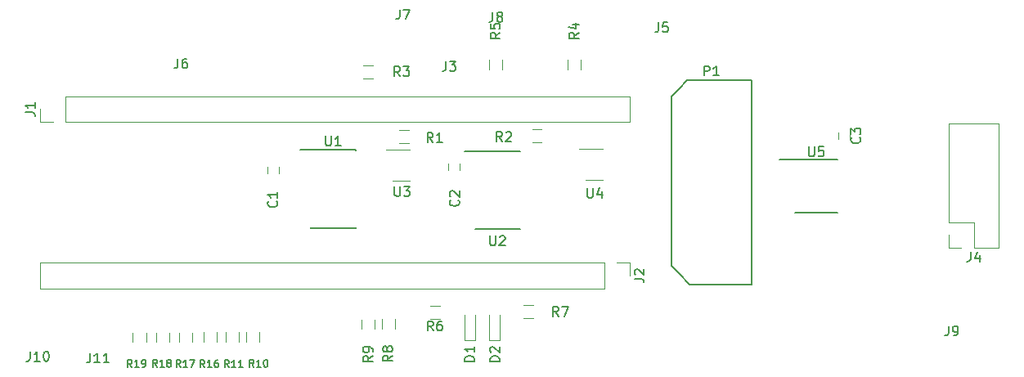
<source format=gto>
G04 #@! TF.FileFunction,Legend,Top*
%FSLAX46Y46*%
G04 Gerber Fmt 4.6, Leading zero omitted, Abs format (unit mm)*
G04 Created by KiCad (PCBNEW 4.0.7) date 06/06/18 19:33:03*
%MOMM*%
%LPD*%
G01*
G04 APERTURE LIST*
%ADD10C,0.100000*%
%ADD11C,0.150000*%
%ADD12C,0.120000*%
G04 APERTURE END LIST*
D10*
D11*
X90310980Y-83910420D02*
X90310980Y-82742020D01*
X83910180Y-83910420D02*
X90310980Y-83910420D01*
X82767180Y-82767420D02*
X83910180Y-83910420D01*
X90310980Y-63717420D02*
X90310980Y-63717420D01*
X90310980Y-62777620D02*
X90310980Y-63717420D01*
X83656180Y-62777620D02*
X90310980Y-62777620D01*
X82741780Y-63692020D02*
X83656180Y-62777620D01*
X82005180Y-65343020D02*
X82005180Y-64428620D01*
X82741780Y-63692020D02*
X82005180Y-64428620D01*
X82005180Y-65343020D02*
X82005180Y-65343020D01*
X82005180Y-82005420D02*
X82005180Y-65343020D01*
X82767180Y-82767420D02*
X82005180Y-82005420D01*
X90310980Y-63692020D02*
X90310980Y-82767420D01*
X94794980Y-76468820D02*
X99194980Y-76468820D01*
X93219980Y-70943820D02*
X99194980Y-70943820D01*
D12*
X40179700Y-72402180D02*
X40179700Y-71702180D01*
X41379700Y-71702180D02*
X41379700Y-72402180D01*
X58904580Y-72102460D02*
X58904580Y-71402460D01*
X60104580Y-71402460D02*
X60104580Y-72102460D01*
X100482960Y-68179200D02*
X100482960Y-68879200D01*
X99282960Y-68879200D02*
X99282960Y-68179200D01*
X54830600Y-69320960D02*
X53830600Y-69320960D01*
X53830600Y-67960960D02*
X54830600Y-67960960D01*
X67589960Y-67869520D02*
X68589960Y-67869520D01*
X68589960Y-69229520D02*
X67589960Y-69229520D01*
D11*
X66322840Y-70143000D02*
X66322840Y-70168000D01*
X66322840Y-78193000D02*
X66322840Y-78168000D01*
X61672840Y-78193000D02*
X61672840Y-78168000D01*
X60597840Y-70093000D02*
X66322840Y-70093000D01*
X61672840Y-78193000D02*
X66322840Y-78193000D01*
D12*
X53125800Y-73215140D02*
X54925800Y-73215140D01*
X54925800Y-69995140D02*
X52475800Y-69995140D01*
X73130840Y-73080520D02*
X74930840Y-73080520D01*
X74930840Y-69860520D02*
X72480840Y-69860520D01*
X50112040Y-61207100D02*
X51112040Y-61207100D01*
X51112040Y-62567100D02*
X50112040Y-62567100D01*
X71295980Y-61650500D02*
X71295980Y-60650500D01*
X72655980Y-60650500D02*
X72655980Y-61650500D01*
X64484800Y-60650500D02*
X64484800Y-61650500D01*
X63124800Y-61650500D02*
X63124800Y-60650500D01*
X60595420Y-89694160D02*
X61695420Y-89694160D01*
X61695420Y-89694160D02*
X61695420Y-87094160D01*
X60595420Y-89694160D02*
X60595420Y-87094160D01*
X63140500Y-89658600D02*
X64240500Y-89658600D01*
X64240500Y-89658600D02*
X64240500Y-87058600D01*
X63140500Y-89658600D02*
X63140500Y-87058600D01*
X57013220Y-86124500D02*
X58013220Y-86124500D01*
X58013220Y-87484500D02*
X57013220Y-87484500D01*
X67718560Y-87426080D02*
X66718560Y-87426080D01*
X66718560Y-86066080D02*
X67718560Y-86066080D01*
X52032620Y-88521160D02*
X52032620Y-87521160D01*
X53392620Y-87521160D02*
X53392620Y-88521160D01*
X49899020Y-88538940D02*
X49899020Y-87538940D01*
X51259020Y-87538940D02*
X51259020Y-88538940D01*
X37996580Y-89826720D02*
X37996580Y-88826720D01*
X39356580Y-88826720D02*
X39356580Y-89826720D01*
X35875680Y-89844500D02*
X35875680Y-88844500D01*
X37235680Y-88844500D02*
X37235680Y-89844500D01*
X33559200Y-89867360D02*
X33559200Y-88867360D01*
X34919200Y-88867360D02*
X34919200Y-89867360D01*
X31034440Y-89895300D02*
X31034440Y-88895300D01*
X32394440Y-88895300D02*
X32394440Y-89895300D01*
X28705260Y-89887680D02*
X28705260Y-88887680D01*
X30065260Y-88887680D02*
X30065260Y-89887680D01*
X26256700Y-89892760D02*
X26256700Y-88892760D01*
X27616700Y-88892760D02*
X27616700Y-89892760D01*
X110722100Y-77500480D02*
X110722100Y-67280480D01*
X110722100Y-67280480D02*
X115922100Y-67280480D01*
X115922100Y-67280480D02*
X115922100Y-80100480D01*
X115922100Y-80100480D02*
X113322100Y-80100480D01*
X113322100Y-80100480D02*
X113322100Y-77500480D01*
X113322100Y-77500480D02*
X110722100Y-77500480D01*
X110722100Y-78770480D02*
X110722100Y-80100480D01*
X110722100Y-80100480D02*
X111992100Y-80100480D01*
X77730660Y-67080000D02*
X77730660Y-64420000D01*
X19250660Y-67080000D02*
X77730660Y-67080000D01*
X19250660Y-64420000D02*
X77730660Y-64420000D01*
X19250660Y-67080000D02*
X19250660Y-64420000D01*
X17980660Y-67080000D02*
X16650660Y-67080000D01*
X16650660Y-67080000D02*
X16650660Y-65750000D01*
X16630340Y-81670000D02*
X16630340Y-84330000D01*
X75110340Y-81670000D02*
X16630340Y-81670000D01*
X75110340Y-84330000D02*
X16630340Y-84330000D01*
X75110340Y-81670000D02*
X75110340Y-84330000D01*
X76380340Y-81670000D02*
X77710340Y-81670000D01*
X77710340Y-81670000D02*
X77710340Y-83000000D01*
D11*
X49299880Y-70014920D02*
X49299880Y-70039920D01*
X49299880Y-78064920D02*
X49299880Y-78039920D01*
X44649880Y-78064920D02*
X44649880Y-78039920D01*
X43574880Y-69964920D02*
X49299880Y-69964920D01*
X44649880Y-78064920D02*
X49299880Y-78064920D01*
X85398385Y-62293761D02*
X85398385Y-61293761D01*
X85779338Y-61293761D01*
X85874576Y-61341380D01*
X85922195Y-61388999D01*
X85969814Y-61484237D01*
X85969814Y-61627094D01*
X85922195Y-61722332D01*
X85874576Y-61769951D01*
X85779338Y-61817570D01*
X85398385Y-61817570D01*
X86922195Y-62293761D02*
X86350766Y-62293761D01*
X86636480Y-62293761D02*
X86636480Y-61293761D01*
X86541242Y-61436618D01*
X86446004Y-61531856D01*
X86350766Y-61579475D01*
X96233075Y-69646201D02*
X96233075Y-70455725D01*
X96280694Y-70550963D01*
X96328313Y-70598582D01*
X96423551Y-70646201D01*
X96614028Y-70646201D01*
X96709266Y-70598582D01*
X96756885Y-70550963D01*
X96804504Y-70455725D01*
X96804504Y-69646201D01*
X97756885Y-69646201D02*
X97280694Y-69646201D01*
X97233075Y-70122391D01*
X97280694Y-70074772D01*
X97375932Y-70027153D01*
X97614028Y-70027153D01*
X97709266Y-70074772D01*
X97756885Y-70122391D01*
X97804504Y-70217630D01*
X97804504Y-70455725D01*
X97756885Y-70550963D01*
X97709266Y-70598582D01*
X97614028Y-70646201D01*
X97375932Y-70646201D01*
X97280694Y-70598582D01*
X97233075Y-70550963D01*
X41126683Y-75297326D02*
X41174302Y-75344945D01*
X41221921Y-75487802D01*
X41221921Y-75583040D01*
X41174302Y-75725898D01*
X41079064Y-75821136D01*
X40983826Y-75868755D01*
X40793350Y-75916374D01*
X40650492Y-75916374D01*
X40460016Y-75868755D01*
X40364778Y-75821136D01*
X40269540Y-75725898D01*
X40221921Y-75583040D01*
X40221921Y-75487802D01*
X40269540Y-75344945D01*
X40317159Y-75297326D01*
X41221921Y-74344945D02*
X41221921Y-74916374D01*
X41221921Y-74630660D02*
X40221921Y-74630660D01*
X40364778Y-74725898D01*
X40460016Y-74821136D01*
X40507635Y-74916374D01*
X59950623Y-75175406D02*
X59998242Y-75223025D01*
X60045861Y-75365882D01*
X60045861Y-75461120D01*
X59998242Y-75603978D01*
X59903004Y-75699216D01*
X59807766Y-75746835D01*
X59617290Y-75794454D01*
X59474432Y-75794454D01*
X59283956Y-75746835D01*
X59188718Y-75699216D01*
X59093480Y-75603978D01*
X59045861Y-75461120D01*
X59045861Y-75365882D01*
X59093480Y-75223025D01*
X59141099Y-75175406D01*
X59141099Y-74794454D02*
X59093480Y-74746835D01*
X59045861Y-74651597D01*
X59045861Y-74413501D01*
X59093480Y-74318263D01*
X59141099Y-74270644D01*
X59236337Y-74223025D01*
X59331575Y-74223025D01*
X59474432Y-74270644D01*
X60045861Y-74842073D01*
X60045861Y-74223025D01*
X101490103Y-68695866D02*
X101537722Y-68743485D01*
X101585341Y-68886342D01*
X101585341Y-68981580D01*
X101537722Y-69124438D01*
X101442484Y-69219676D01*
X101347246Y-69267295D01*
X101156770Y-69314914D01*
X101013912Y-69314914D01*
X100823436Y-69267295D01*
X100728198Y-69219676D01*
X100632960Y-69124438D01*
X100585341Y-68981580D01*
X100585341Y-68886342D01*
X100632960Y-68743485D01*
X100680579Y-68695866D01*
X100585341Y-68362533D02*
X100585341Y-67743485D01*
X100966293Y-68076819D01*
X100966293Y-67933961D01*
X101013912Y-67838723D01*
X101061531Y-67791104D01*
X101156770Y-67743485D01*
X101394865Y-67743485D01*
X101490103Y-67791104D01*
X101537722Y-67838723D01*
X101585341Y-67933961D01*
X101585341Y-68219676D01*
X101537722Y-68314914D01*
X101490103Y-68362533D01*
X57326234Y-69187321D02*
X56992900Y-68711130D01*
X56754805Y-69187321D02*
X56754805Y-68187321D01*
X57135758Y-68187321D01*
X57230996Y-68234940D01*
X57278615Y-68282559D01*
X57326234Y-68377797D01*
X57326234Y-68520654D01*
X57278615Y-68615892D01*
X57230996Y-68663511D01*
X57135758Y-68711130D01*
X56754805Y-68711130D01*
X58278615Y-69187321D02*
X57707186Y-69187321D01*
X57992900Y-69187321D02*
X57992900Y-68187321D01*
X57897662Y-68330178D01*
X57802424Y-68425416D01*
X57707186Y-68473035D01*
X64494114Y-69098421D02*
X64160780Y-68622230D01*
X63922685Y-69098421D02*
X63922685Y-68098421D01*
X64303638Y-68098421D01*
X64398876Y-68146040D01*
X64446495Y-68193659D01*
X64494114Y-68288897D01*
X64494114Y-68431754D01*
X64446495Y-68526992D01*
X64398876Y-68574611D01*
X64303638Y-68622230D01*
X63922685Y-68622230D01*
X64875066Y-68193659D02*
X64922685Y-68146040D01*
X65017923Y-68098421D01*
X65256019Y-68098421D01*
X65351257Y-68146040D01*
X65398876Y-68193659D01*
X65446495Y-68288897D01*
X65446495Y-68384135D01*
X65398876Y-68526992D01*
X64827447Y-69098421D01*
X65446495Y-69098421D01*
X63233395Y-78883261D02*
X63233395Y-79692785D01*
X63281014Y-79788023D01*
X63328633Y-79835642D01*
X63423871Y-79883261D01*
X63614348Y-79883261D01*
X63709586Y-79835642D01*
X63757205Y-79788023D01*
X63804824Y-79692785D01*
X63804824Y-78883261D01*
X64233395Y-78978499D02*
X64281014Y-78930880D01*
X64376252Y-78883261D01*
X64614348Y-78883261D01*
X64709586Y-78930880D01*
X64757205Y-78978499D01*
X64804824Y-79073737D01*
X64804824Y-79168975D01*
X64757205Y-79311832D01*
X64185776Y-79883261D01*
X64804824Y-79883261D01*
X53347715Y-73777861D02*
X53347715Y-74587385D01*
X53395334Y-74682623D01*
X53442953Y-74730242D01*
X53538191Y-74777861D01*
X53728668Y-74777861D01*
X53823906Y-74730242D01*
X53871525Y-74682623D01*
X53919144Y-74587385D01*
X53919144Y-73777861D01*
X54300096Y-73777861D02*
X54919144Y-73777861D01*
X54585810Y-74158813D01*
X54728668Y-74158813D01*
X54823906Y-74206432D01*
X54871525Y-74254051D01*
X54919144Y-74349290D01*
X54919144Y-74587385D01*
X54871525Y-74682623D01*
X54823906Y-74730242D01*
X54728668Y-74777861D01*
X54442953Y-74777861D01*
X54347715Y-74730242D01*
X54300096Y-74682623D01*
X73302135Y-73937841D02*
X73302135Y-74747365D01*
X73349754Y-74842603D01*
X73397373Y-74890222D01*
X73492611Y-74937841D01*
X73683088Y-74937841D01*
X73778326Y-74890222D01*
X73825945Y-74842603D01*
X73873564Y-74747365D01*
X73873564Y-73937841D01*
X74778326Y-74271174D02*
X74778326Y-74937841D01*
X74540230Y-73890222D02*
X74302135Y-74604508D01*
X74921183Y-74604508D01*
X53925174Y-62352181D02*
X53591840Y-61875990D01*
X53353745Y-62352181D02*
X53353745Y-61352181D01*
X53734698Y-61352181D01*
X53829936Y-61399800D01*
X53877555Y-61447419D01*
X53925174Y-61542657D01*
X53925174Y-61685514D01*
X53877555Y-61780752D01*
X53829936Y-61828371D01*
X53734698Y-61875990D01*
X53353745Y-61875990D01*
X54258507Y-61352181D02*
X54877555Y-61352181D01*
X54544221Y-61733133D01*
X54687079Y-61733133D01*
X54782317Y-61780752D01*
X54829936Y-61828371D01*
X54877555Y-61923610D01*
X54877555Y-62161705D01*
X54829936Y-62256943D01*
X54782317Y-62304562D01*
X54687079Y-62352181D01*
X54401364Y-62352181D01*
X54306126Y-62304562D01*
X54258507Y-62256943D01*
X72405501Y-57837366D02*
X71929310Y-58170700D01*
X72405501Y-58408795D02*
X71405501Y-58408795D01*
X71405501Y-58027842D01*
X71453120Y-57932604D01*
X71500739Y-57884985D01*
X71595977Y-57837366D01*
X71738834Y-57837366D01*
X71834072Y-57884985D01*
X71881691Y-57932604D01*
X71929310Y-58027842D01*
X71929310Y-58408795D01*
X71738834Y-56980223D02*
X72405501Y-56980223D01*
X71357882Y-57218319D02*
X72072168Y-57456414D01*
X72072168Y-56837366D01*
X64264801Y-57837366D02*
X63788610Y-58170700D01*
X64264801Y-58408795D02*
X63264801Y-58408795D01*
X63264801Y-58027842D01*
X63312420Y-57932604D01*
X63360039Y-57884985D01*
X63455277Y-57837366D01*
X63598134Y-57837366D01*
X63693372Y-57884985D01*
X63740991Y-57932604D01*
X63788610Y-58027842D01*
X63788610Y-58408795D01*
X63264801Y-56932604D02*
X63264801Y-57408795D01*
X63740991Y-57456414D01*
X63693372Y-57408795D01*
X63645753Y-57313557D01*
X63645753Y-57075461D01*
X63693372Y-56980223D01*
X63740991Y-56932604D01*
X63836230Y-56884985D01*
X64074325Y-56884985D01*
X64169563Y-56932604D01*
X64217182Y-56980223D01*
X64264801Y-57075461D01*
X64264801Y-57313557D01*
X64217182Y-57408795D01*
X64169563Y-57456414D01*
X61610501Y-91865675D02*
X60610501Y-91865675D01*
X60610501Y-91627580D01*
X60658120Y-91484722D01*
X60753358Y-91389484D01*
X60848596Y-91341865D01*
X61039072Y-91294246D01*
X61181930Y-91294246D01*
X61372406Y-91341865D01*
X61467644Y-91389484D01*
X61562882Y-91484722D01*
X61610501Y-91627580D01*
X61610501Y-91865675D01*
X61610501Y-90341865D02*
X61610501Y-90913294D01*
X61610501Y-90627580D02*
X60610501Y-90627580D01*
X60753358Y-90722818D01*
X60848596Y-90818056D01*
X60896215Y-90913294D01*
X64219081Y-91893615D02*
X63219081Y-91893615D01*
X63219081Y-91655520D01*
X63266700Y-91512662D01*
X63361938Y-91417424D01*
X63457176Y-91369805D01*
X63647652Y-91322186D01*
X63790510Y-91322186D01*
X63980986Y-91369805D01*
X64076224Y-91417424D01*
X64171462Y-91512662D01*
X64219081Y-91655520D01*
X64219081Y-91893615D01*
X63314319Y-90941234D02*
X63266700Y-90893615D01*
X63219081Y-90798377D01*
X63219081Y-90560281D01*
X63266700Y-90465043D01*
X63314319Y-90417424D01*
X63409557Y-90369805D01*
X63504795Y-90369805D01*
X63647652Y-90417424D01*
X64219081Y-90988853D01*
X64219081Y-90369805D01*
X57346554Y-88706881D02*
X57013220Y-88230690D01*
X56775125Y-88706881D02*
X56775125Y-87706881D01*
X57156078Y-87706881D01*
X57251316Y-87754500D01*
X57298935Y-87802119D01*
X57346554Y-87897357D01*
X57346554Y-88040214D01*
X57298935Y-88135452D01*
X57251316Y-88183071D01*
X57156078Y-88230690D01*
X56775125Y-88230690D01*
X58203697Y-87706881D02*
X58013220Y-87706881D01*
X57917982Y-87754500D01*
X57870363Y-87802119D01*
X57775125Y-87944976D01*
X57727506Y-88135452D01*
X57727506Y-88516405D01*
X57775125Y-88611643D01*
X57822744Y-88659262D01*
X57917982Y-88706881D01*
X58108459Y-88706881D01*
X58203697Y-88659262D01*
X58251316Y-88611643D01*
X58298935Y-88516405D01*
X58298935Y-88278310D01*
X58251316Y-88183071D01*
X58203697Y-88135452D01*
X58108459Y-88087833D01*
X57917982Y-88087833D01*
X57822744Y-88135452D01*
X57775125Y-88183071D01*
X57727506Y-88278310D01*
X70323414Y-87193381D02*
X69990080Y-86717190D01*
X69751985Y-87193381D02*
X69751985Y-86193381D01*
X70132938Y-86193381D01*
X70228176Y-86241000D01*
X70275795Y-86288619D01*
X70323414Y-86383857D01*
X70323414Y-86526714D01*
X70275795Y-86621952D01*
X70228176Y-86669571D01*
X70132938Y-86717190D01*
X69751985Y-86717190D01*
X70656747Y-86193381D02*
X71323414Y-86193381D01*
X70894842Y-87193381D01*
X53144681Y-91271386D02*
X52668490Y-91604720D01*
X53144681Y-91842815D02*
X52144681Y-91842815D01*
X52144681Y-91461862D01*
X52192300Y-91366624D01*
X52239919Y-91319005D01*
X52335157Y-91271386D01*
X52478014Y-91271386D01*
X52573252Y-91319005D01*
X52620871Y-91366624D01*
X52668490Y-91461862D01*
X52668490Y-91842815D01*
X52573252Y-90699958D02*
X52525633Y-90795196D01*
X52478014Y-90842815D01*
X52382776Y-90890434D01*
X52335157Y-90890434D01*
X52239919Y-90842815D01*
X52192300Y-90795196D01*
X52144681Y-90699958D01*
X52144681Y-90509481D01*
X52192300Y-90414243D01*
X52239919Y-90366624D01*
X52335157Y-90319005D01*
X52382776Y-90319005D01*
X52478014Y-90366624D01*
X52525633Y-90414243D01*
X52573252Y-90509481D01*
X52573252Y-90699958D01*
X52620871Y-90795196D01*
X52668490Y-90842815D01*
X52763729Y-90890434D01*
X52954205Y-90890434D01*
X53049443Y-90842815D01*
X53097062Y-90795196D01*
X53144681Y-90699958D01*
X53144681Y-90509481D01*
X53097062Y-90414243D01*
X53049443Y-90366624D01*
X52954205Y-90319005D01*
X52763729Y-90319005D01*
X52668490Y-90366624D01*
X52620871Y-90414243D01*
X52573252Y-90509481D01*
X51074581Y-91306946D02*
X50598390Y-91640280D01*
X51074581Y-91878375D02*
X50074581Y-91878375D01*
X50074581Y-91497422D01*
X50122200Y-91402184D01*
X50169819Y-91354565D01*
X50265057Y-91306946D01*
X50407914Y-91306946D01*
X50503152Y-91354565D01*
X50550771Y-91402184D01*
X50598390Y-91497422D01*
X50598390Y-91878375D01*
X51074581Y-90830756D02*
X51074581Y-90640280D01*
X51026962Y-90545041D01*
X50979343Y-90497422D01*
X50836486Y-90402184D01*
X50646010Y-90354565D01*
X50265057Y-90354565D01*
X50169819Y-90402184D01*
X50122200Y-90449803D01*
X50074581Y-90545041D01*
X50074581Y-90735518D01*
X50122200Y-90830756D01*
X50169819Y-90878375D01*
X50265057Y-90925994D01*
X50503152Y-90925994D01*
X50598390Y-90878375D01*
X50646010Y-90830756D01*
X50693629Y-90735518D01*
X50693629Y-90545041D01*
X50646010Y-90449803D01*
X50598390Y-90402184D01*
X50503152Y-90354565D01*
X38791337Y-92447306D02*
X38541337Y-92090163D01*
X38362765Y-92447306D02*
X38362765Y-91697306D01*
X38648480Y-91697306D01*
X38719908Y-91733020D01*
X38755623Y-91768734D01*
X38791337Y-91840163D01*
X38791337Y-91947306D01*
X38755623Y-92018734D01*
X38719908Y-92054449D01*
X38648480Y-92090163D01*
X38362765Y-92090163D01*
X39505623Y-92447306D02*
X39077051Y-92447306D01*
X39291337Y-92447306D02*
X39291337Y-91697306D01*
X39219908Y-91804449D01*
X39148480Y-91875877D01*
X39077051Y-91911591D01*
X39969909Y-91697306D02*
X40041337Y-91697306D01*
X40112766Y-91733020D01*
X40148480Y-91768734D01*
X40184194Y-91840163D01*
X40219909Y-91983020D01*
X40219909Y-92161591D01*
X40184194Y-92304449D01*
X40148480Y-92375877D01*
X40112766Y-92411591D01*
X40041337Y-92447306D01*
X39969909Y-92447306D01*
X39898480Y-92411591D01*
X39862766Y-92375877D01*
X39827051Y-92304449D01*
X39791337Y-92161591D01*
X39791337Y-91983020D01*
X39827051Y-91840163D01*
X39862766Y-91768734D01*
X39898480Y-91733020D01*
X39969909Y-91697306D01*
X36205617Y-92490486D02*
X35955617Y-92133343D01*
X35777045Y-92490486D02*
X35777045Y-91740486D01*
X36062760Y-91740486D01*
X36134188Y-91776200D01*
X36169903Y-91811914D01*
X36205617Y-91883343D01*
X36205617Y-91990486D01*
X36169903Y-92061914D01*
X36134188Y-92097629D01*
X36062760Y-92133343D01*
X35777045Y-92133343D01*
X36919903Y-92490486D02*
X36491331Y-92490486D01*
X36705617Y-92490486D02*
X36705617Y-91740486D01*
X36634188Y-91847629D01*
X36562760Y-91919057D01*
X36491331Y-91954771D01*
X37634189Y-92490486D02*
X37205617Y-92490486D01*
X37419903Y-92490486D02*
X37419903Y-91740486D01*
X37348474Y-91847629D01*
X37277046Y-91919057D01*
X37205617Y-91954771D01*
X33696097Y-92482686D02*
X33446097Y-92125543D01*
X33267525Y-92482686D02*
X33267525Y-91732686D01*
X33553240Y-91732686D01*
X33624668Y-91768400D01*
X33660383Y-91804114D01*
X33696097Y-91875543D01*
X33696097Y-91982686D01*
X33660383Y-92054114D01*
X33624668Y-92089829D01*
X33553240Y-92125543D01*
X33267525Y-92125543D01*
X34410383Y-92482686D02*
X33981811Y-92482686D01*
X34196097Y-92482686D02*
X34196097Y-91732686D01*
X34124668Y-91839829D01*
X34053240Y-91911257D01*
X33981811Y-91946971D01*
X35053240Y-91732686D02*
X34910383Y-91732686D01*
X34838954Y-91768400D01*
X34803240Y-91804114D01*
X34731811Y-91911257D01*
X34696097Y-92054114D01*
X34696097Y-92339829D01*
X34731811Y-92411257D01*
X34767526Y-92446971D01*
X34838954Y-92482686D01*
X34981811Y-92482686D01*
X35053240Y-92446971D01*
X35088954Y-92411257D01*
X35124669Y-92339829D01*
X35124669Y-92161257D01*
X35088954Y-92089829D01*
X35053240Y-92054114D01*
X34981811Y-92018400D01*
X34838954Y-92018400D01*
X34767526Y-92054114D01*
X34731811Y-92089829D01*
X34696097Y-92161257D01*
X31196737Y-92475246D02*
X30946737Y-92118103D01*
X30768165Y-92475246D02*
X30768165Y-91725246D01*
X31053880Y-91725246D01*
X31125308Y-91760960D01*
X31161023Y-91796674D01*
X31196737Y-91868103D01*
X31196737Y-91975246D01*
X31161023Y-92046674D01*
X31125308Y-92082389D01*
X31053880Y-92118103D01*
X30768165Y-92118103D01*
X31911023Y-92475246D02*
X31482451Y-92475246D01*
X31696737Y-92475246D02*
X31696737Y-91725246D01*
X31625308Y-91832389D01*
X31553880Y-91903817D01*
X31482451Y-91939531D01*
X32161023Y-91725246D02*
X32661023Y-91725246D01*
X32339594Y-92475246D01*
X28781197Y-92449846D02*
X28531197Y-92092703D01*
X28352625Y-92449846D02*
X28352625Y-91699846D01*
X28638340Y-91699846D01*
X28709768Y-91735560D01*
X28745483Y-91771274D01*
X28781197Y-91842703D01*
X28781197Y-91949846D01*
X28745483Y-92021274D01*
X28709768Y-92056989D01*
X28638340Y-92092703D01*
X28352625Y-92092703D01*
X29495483Y-92449846D02*
X29066911Y-92449846D01*
X29281197Y-92449846D02*
X29281197Y-91699846D01*
X29209768Y-91806989D01*
X29138340Y-91878417D01*
X29066911Y-91914131D01*
X29924054Y-92021274D02*
X29852626Y-91985560D01*
X29816911Y-91949846D01*
X29781197Y-91878417D01*
X29781197Y-91842703D01*
X29816911Y-91771274D01*
X29852626Y-91735560D01*
X29924054Y-91699846D01*
X30066911Y-91699846D01*
X30138340Y-91735560D01*
X30174054Y-91771274D01*
X30209769Y-91842703D01*
X30209769Y-91878417D01*
X30174054Y-91949846D01*
X30138340Y-91985560D01*
X30066911Y-92021274D01*
X29924054Y-92021274D01*
X29852626Y-92056989D01*
X29816911Y-92092703D01*
X29781197Y-92164131D01*
X29781197Y-92306989D01*
X29816911Y-92378417D01*
X29852626Y-92414131D01*
X29924054Y-92449846D01*
X30066911Y-92449846D01*
X30138340Y-92414131D01*
X30174054Y-92378417D01*
X30209769Y-92306989D01*
X30209769Y-92164131D01*
X30174054Y-92092703D01*
X30138340Y-92056989D01*
X30066911Y-92021274D01*
X26170077Y-92465086D02*
X25920077Y-92107943D01*
X25741505Y-92465086D02*
X25741505Y-91715086D01*
X26027220Y-91715086D01*
X26098648Y-91750800D01*
X26134363Y-91786514D01*
X26170077Y-91857943D01*
X26170077Y-91965086D01*
X26134363Y-92036514D01*
X26098648Y-92072229D01*
X26027220Y-92107943D01*
X25741505Y-92107943D01*
X26884363Y-92465086D02*
X26455791Y-92465086D01*
X26670077Y-92465086D02*
X26670077Y-91715086D01*
X26598648Y-91822229D01*
X26527220Y-91893657D01*
X26455791Y-91929371D01*
X27241506Y-92465086D02*
X27384363Y-92465086D01*
X27455791Y-92429371D01*
X27491506Y-92393657D01*
X27562934Y-92286514D01*
X27598649Y-92143657D01*
X27598649Y-91857943D01*
X27562934Y-91786514D01*
X27527220Y-91750800D01*
X27455791Y-91715086D01*
X27312934Y-91715086D01*
X27241506Y-91750800D01*
X27205791Y-91786514D01*
X27170077Y-91857943D01*
X27170077Y-92036514D01*
X27205791Y-92107943D01*
X27241506Y-92143657D01*
X27312934Y-92179371D01*
X27455791Y-92179371D01*
X27527220Y-92143657D01*
X27562934Y-92107943D01*
X27598649Y-92036514D01*
X58665787Y-60811161D02*
X58665787Y-61525447D01*
X58618167Y-61668304D01*
X58522929Y-61763542D01*
X58380072Y-61811161D01*
X58284834Y-61811161D01*
X59046739Y-60811161D02*
X59665787Y-60811161D01*
X59332453Y-61192113D01*
X59475311Y-61192113D01*
X59570549Y-61239732D01*
X59618168Y-61287351D01*
X59665787Y-61382590D01*
X59665787Y-61620685D01*
X59618168Y-61715923D01*
X59570549Y-61763542D01*
X59475311Y-61811161D01*
X59189596Y-61811161D01*
X59094358Y-61763542D01*
X59046739Y-61715923D01*
X80677427Y-56777381D02*
X80677427Y-57491667D01*
X80629807Y-57634524D01*
X80534569Y-57729762D01*
X80391712Y-57777381D01*
X80296474Y-57777381D01*
X81629808Y-56777381D02*
X81153617Y-56777381D01*
X81105998Y-57253571D01*
X81153617Y-57205952D01*
X81248855Y-57158333D01*
X81486951Y-57158333D01*
X81582189Y-57205952D01*
X81629808Y-57253571D01*
X81677427Y-57348810D01*
X81677427Y-57586905D01*
X81629808Y-57682143D01*
X81582189Y-57729762D01*
X81486951Y-57777381D01*
X81248855Y-57777381D01*
X81153617Y-57729762D01*
X81105998Y-57682143D01*
X30913747Y-60529221D02*
X30913747Y-61243507D01*
X30866127Y-61386364D01*
X30770889Y-61481602D01*
X30628032Y-61529221D01*
X30532794Y-61529221D01*
X31818509Y-60529221D02*
X31628032Y-60529221D01*
X31532794Y-60576840D01*
X31485175Y-60624459D01*
X31389937Y-60767316D01*
X31342318Y-60957792D01*
X31342318Y-61338745D01*
X31389937Y-61433983D01*
X31437556Y-61481602D01*
X31532794Y-61529221D01*
X31723271Y-61529221D01*
X31818509Y-61481602D01*
X31866128Y-61433983D01*
X31913747Y-61338745D01*
X31913747Y-61100650D01*
X31866128Y-61005411D01*
X31818509Y-60957792D01*
X31723271Y-60910173D01*
X31532794Y-60910173D01*
X31437556Y-60957792D01*
X31389937Y-61005411D01*
X31342318Y-61100650D01*
X53890587Y-55451761D02*
X53890587Y-56166047D01*
X53842967Y-56308904D01*
X53747729Y-56404142D01*
X53604872Y-56451761D01*
X53509634Y-56451761D01*
X54271539Y-55451761D02*
X54938206Y-55451761D01*
X54509634Y-56451761D01*
X63514647Y-55726081D02*
X63514647Y-56440367D01*
X63467027Y-56583224D01*
X63371789Y-56678462D01*
X63228932Y-56726081D01*
X63133694Y-56726081D01*
X64133694Y-56154652D02*
X64038456Y-56107033D01*
X63990837Y-56059414D01*
X63943218Y-55964176D01*
X63943218Y-55916557D01*
X63990837Y-55821319D01*
X64038456Y-55773700D01*
X64133694Y-55726081D01*
X64324171Y-55726081D01*
X64419409Y-55773700D01*
X64467028Y-55821319D01*
X64514647Y-55916557D01*
X64514647Y-55964176D01*
X64467028Y-56059414D01*
X64419409Y-56107033D01*
X64324171Y-56154652D01*
X64133694Y-56154652D01*
X64038456Y-56202271D01*
X63990837Y-56249890D01*
X63943218Y-56345129D01*
X63943218Y-56535605D01*
X63990837Y-56630843D01*
X64038456Y-56678462D01*
X64133694Y-56726081D01*
X64324171Y-56726081D01*
X64419409Y-56678462D01*
X64467028Y-56630843D01*
X64514647Y-56535605D01*
X64514647Y-56345129D01*
X64467028Y-56249890D01*
X64419409Y-56202271D01*
X64324171Y-56154652D01*
X110679907Y-88217761D02*
X110679907Y-88932047D01*
X110632287Y-89074904D01*
X110537049Y-89170142D01*
X110394192Y-89217761D01*
X110298954Y-89217761D01*
X111203716Y-89217761D02*
X111394192Y-89217761D01*
X111489431Y-89170142D01*
X111537050Y-89122523D01*
X111632288Y-88979666D01*
X111679907Y-88789190D01*
X111679907Y-88408237D01*
X111632288Y-88312999D01*
X111584669Y-88265380D01*
X111489431Y-88217761D01*
X111298954Y-88217761D01*
X111203716Y-88265380D01*
X111156097Y-88312999D01*
X111108478Y-88408237D01*
X111108478Y-88646332D01*
X111156097Y-88741570D01*
X111203716Y-88789190D01*
X111298954Y-88836809D01*
X111489431Y-88836809D01*
X111584669Y-88789190D01*
X111632288Y-88741570D01*
X111679907Y-88646332D01*
X15634437Y-90851741D02*
X15634437Y-91566027D01*
X15586817Y-91708884D01*
X15491579Y-91804122D01*
X15348722Y-91851741D01*
X15253484Y-91851741D01*
X16634437Y-91851741D02*
X16063008Y-91851741D01*
X16348722Y-91851741D02*
X16348722Y-90851741D01*
X16253484Y-90994598D01*
X16158246Y-91089836D01*
X16063008Y-91137455D01*
X17253484Y-90851741D02*
X17348723Y-90851741D01*
X17443961Y-90899360D01*
X17491580Y-90946979D01*
X17539199Y-91042217D01*
X17586818Y-91232693D01*
X17586818Y-91470789D01*
X17539199Y-91661265D01*
X17491580Y-91756503D01*
X17443961Y-91804122D01*
X17348723Y-91851741D01*
X17253484Y-91851741D01*
X17158246Y-91804122D01*
X17110627Y-91756503D01*
X17063008Y-91661265D01*
X17015389Y-91470789D01*
X17015389Y-91232693D01*
X17063008Y-91042217D01*
X17110627Y-90946979D01*
X17158246Y-90899360D01*
X17253484Y-90851741D01*
X21834577Y-90999061D02*
X21834577Y-91713347D01*
X21786957Y-91856204D01*
X21691719Y-91951442D01*
X21548862Y-91999061D01*
X21453624Y-91999061D01*
X22834577Y-91999061D02*
X22263148Y-91999061D01*
X22548862Y-91999061D02*
X22548862Y-90999061D01*
X22453624Y-91141918D01*
X22358386Y-91237156D01*
X22263148Y-91284775D01*
X23786958Y-91999061D02*
X23215529Y-91999061D01*
X23501243Y-91999061D02*
X23501243Y-90999061D01*
X23406005Y-91141918D01*
X23310767Y-91237156D01*
X23215529Y-91284775D01*
X112988767Y-80552861D02*
X112988767Y-81267147D01*
X112941147Y-81410004D01*
X112845909Y-81505242D01*
X112703052Y-81552861D01*
X112607814Y-81552861D01*
X113893529Y-80886194D02*
X113893529Y-81552861D01*
X113655433Y-80505242D02*
X113417338Y-81219528D01*
X114036386Y-81219528D01*
X15103041Y-66083333D02*
X15817327Y-66083333D01*
X15960184Y-66130953D01*
X16055422Y-66226191D01*
X16103041Y-66369048D01*
X16103041Y-66464286D01*
X16103041Y-65083333D02*
X16103041Y-65654762D01*
X16103041Y-65369048D02*
X15103041Y-65369048D01*
X15245898Y-65464286D01*
X15341136Y-65559524D01*
X15388755Y-65654762D01*
X78162721Y-83333333D02*
X78877007Y-83333333D01*
X79019864Y-83380953D01*
X79115102Y-83476191D01*
X79162721Y-83619048D01*
X79162721Y-83714286D01*
X78257959Y-82904762D02*
X78210340Y-82857143D01*
X78162721Y-82761905D01*
X78162721Y-82523809D01*
X78210340Y-82428571D01*
X78257959Y-82380952D01*
X78353197Y-82333333D01*
X78448435Y-82333333D01*
X78591292Y-82380952D01*
X79162721Y-82952381D01*
X79162721Y-82333333D01*
X46212975Y-68542301D02*
X46212975Y-69351825D01*
X46260594Y-69447063D01*
X46308213Y-69494682D01*
X46403451Y-69542301D01*
X46593928Y-69542301D01*
X46689166Y-69494682D01*
X46736785Y-69447063D01*
X46784404Y-69351825D01*
X46784404Y-68542301D01*
X47784404Y-69542301D02*
X47212975Y-69542301D01*
X47498689Y-69542301D02*
X47498689Y-68542301D01*
X47403451Y-68685158D01*
X47308213Y-68780396D01*
X47212975Y-68828015D01*
M02*

</source>
